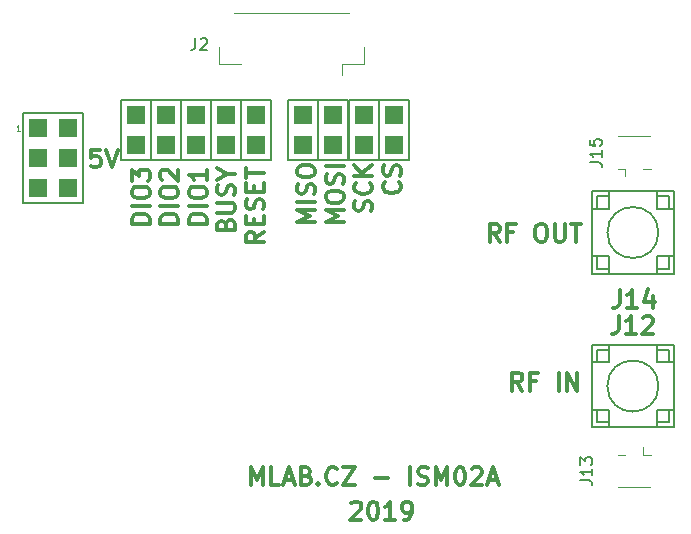
<source format=gbr>
%TF.GenerationSoftware,KiCad,Pcbnew,6.0.10+dfsg-1~bpo11+1*%
%TF.CreationDate,2023-02-03T00:16:52+00:00*%
%TF.ProjectId,ISM02A,49534d30-3241-42e6-9b69-6361645f7063,REV*%
%TF.SameCoordinates,Original*%
%TF.FileFunction,Legend,Top*%
%TF.FilePolarity,Positive*%
%FSLAX46Y46*%
G04 Gerber Fmt 4.6, Leading zero omitted, Abs format (unit mm)*
G04 Created by KiCad (PCBNEW 6.0.10+dfsg-1~bpo11+1) date 2023-02-03 00:16:52*
%MOMM*%
%LPD*%
G01*
G04 APERTURE LIST*
%ADD10C,0.300000*%
%ADD11C,0.150000*%
%ADD12C,0.050000*%
%ADD13C,0.120000*%
%ADD14R,1.524000X1.524000*%
G04 APERTURE END LIST*
D10*
X160986071Y-97406428D02*
X159486071Y-97406428D01*
X160557500Y-96906428D01*
X159486071Y-96406428D01*
X160986071Y-96406428D01*
X160986071Y-95692142D02*
X159486071Y-95692142D01*
X160914642Y-95049285D02*
X160986071Y-94835000D01*
X160986071Y-94477857D01*
X160914642Y-94335000D01*
X160843214Y-94263571D01*
X160700357Y-94192142D01*
X160557500Y-94192142D01*
X160414642Y-94263571D01*
X160343214Y-94335000D01*
X160271785Y-94477857D01*
X160200357Y-94763571D01*
X160128928Y-94906428D01*
X160057500Y-94977857D01*
X159914642Y-95049285D01*
X159771785Y-95049285D01*
X159628928Y-94977857D01*
X159557500Y-94906428D01*
X159486071Y-94763571D01*
X159486071Y-94406428D01*
X159557500Y-94192142D01*
X159486071Y-93263571D02*
X159486071Y-92977857D01*
X159557500Y-92835000D01*
X159700357Y-92692142D01*
X159986071Y-92620714D01*
X160486071Y-92620714D01*
X160771785Y-92692142D01*
X160914642Y-92835000D01*
X160986071Y-92977857D01*
X160986071Y-93263571D01*
X160914642Y-93406428D01*
X160771785Y-93549285D01*
X160486071Y-93620714D01*
X159986071Y-93620714D01*
X159700357Y-93549285D01*
X159557500Y-93406428D01*
X159486071Y-93263571D01*
X163401071Y-97406428D02*
X161901071Y-97406428D01*
X162972500Y-96906428D01*
X161901071Y-96406428D01*
X163401071Y-96406428D01*
X161901071Y-95406428D02*
X161901071Y-95120714D01*
X161972500Y-94977857D01*
X162115357Y-94835000D01*
X162401071Y-94763571D01*
X162901071Y-94763571D01*
X163186785Y-94835000D01*
X163329642Y-94977857D01*
X163401071Y-95120714D01*
X163401071Y-95406428D01*
X163329642Y-95549285D01*
X163186785Y-95692142D01*
X162901071Y-95763571D01*
X162401071Y-95763571D01*
X162115357Y-95692142D01*
X161972500Y-95549285D01*
X161901071Y-95406428D01*
X163329642Y-94192142D02*
X163401071Y-93977857D01*
X163401071Y-93620714D01*
X163329642Y-93477857D01*
X163258214Y-93406428D01*
X163115357Y-93335000D01*
X162972500Y-93335000D01*
X162829642Y-93406428D01*
X162758214Y-93477857D01*
X162686785Y-93620714D01*
X162615357Y-93906428D01*
X162543928Y-94049285D01*
X162472500Y-94120714D01*
X162329642Y-94192142D01*
X162186785Y-94192142D01*
X162043928Y-94120714D01*
X161972500Y-94049285D01*
X161901071Y-93906428D01*
X161901071Y-93549285D01*
X161972500Y-93335000D01*
X163401071Y-92692142D02*
X161901071Y-92692142D01*
X165744642Y-96477857D02*
X165816071Y-96263571D01*
X165816071Y-95906428D01*
X165744642Y-95763571D01*
X165673214Y-95692142D01*
X165530357Y-95620714D01*
X165387500Y-95620714D01*
X165244642Y-95692142D01*
X165173214Y-95763571D01*
X165101785Y-95906428D01*
X165030357Y-96192142D01*
X164958928Y-96335000D01*
X164887500Y-96406428D01*
X164744642Y-96477857D01*
X164601785Y-96477857D01*
X164458928Y-96406428D01*
X164387500Y-96335000D01*
X164316071Y-96192142D01*
X164316071Y-95835000D01*
X164387500Y-95620714D01*
X165673214Y-94120714D02*
X165744642Y-94192142D01*
X165816071Y-94406428D01*
X165816071Y-94549285D01*
X165744642Y-94763571D01*
X165601785Y-94906428D01*
X165458928Y-94977857D01*
X165173214Y-95049285D01*
X164958928Y-95049285D01*
X164673214Y-94977857D01*
X164530357Y-94906428D01*
X164387500Y-94763571D01*
X164316071Y-94549285D01*
X164316071Y-94406428D01*
X164387500Y-94192142D01*
X164458928Y-94120714D01*
X165816071Y-93477857D02*
X164316071Y-93477857D01*
X165816071Y-92620714D02*
X164958928Y-93263571D01*
X164316071Y-92620714D02*
X165173214Y-93477857D01*
X168088214Y-94049285D02*
X168159642Y-94120714D01*
X168231071Y-94335000D01*
X168231071Y-94477857D01*
X168159642Y-94692142D01*
X168016785Y-94835000D01*
X167873928Y-94906428D01*
X167588214Y-94977857D01*
X167373928Y-94977857D01*
X167088214Y-94906428D01*
X166945357Y-94835000D01*
X166802500Y-94692142D01*
X166731071Y-94477857D01*
X166731071Y-94335000D01*
X166802500Y-94120714D01*
X166873928Y-94049285D01*
X168159642Y-93477857D02*
X168231071Y-93263571D01*
X168231071Y-92906428D01*
X168159642Y-92763571D01*
X168088214Y-92692142D01*
X167945357Y-92620714D01*
X167802500Y-92620714D01*
X167659642Y-92692142D01*
X167588214Y-92763571D01*
X167516785Y-92906428D01*
X167445357Y-93192142D01*
X167373928Y-93335000D01*
X167302500Y-93406428D01*
X167159642Y-93477857D01*
X167016785Y-93477857D01*
X166873928Y-93406428D01*
X166802500Y-93335000D01*
X166731071Y-93192142D01*
X166731071Y-92835000D01*
X166802500Y-92620714D01*
X142766428Y-91278571D02*
X142052142Y-91278571D01*
X141980714Y-91992857D01*
X142052142Y-91921428D01*
X142195000Y-91850000D01*
X142552142Y-91850000D01*
X142695000Y-91921428D01*
X142766428Y-91992857D01*
X142837857Y-92135714D01*
X142837857Y-92492857D01*
X142766428Y-92635714D01*
X142695000Y-92707142D01*
X142552142Y-92778571D01*
X142195000Y-92778571D01*
X142052142Y-92707142D01*
X141980714Y-92635714D01*
X143266428Y-91278571D02*
X143766428Y-92778571D01*
X144266428Y-91278571D01*
X155552142Y-119678571D02*
X155552142Y-118178571D01*
X156052142Y-119250000D01*
X156552142Y-118178571D01*
X156552142Y-119678571D01*
X157980714Y-119678571D02*
X157266428Y-119678571D01*
X157266428Y-118178571D01*
X158409285Y-119250000D02*
X159123571Y-119250000D01*
X158266428Y-119678571D02*
X158766428Y-118178571D01*
X159266428Y-119678571D01*
X160266428Y-118892857D02*
X160480714Y-118964285D01*
X160552142Y-119035714D01*
X160623571Y-119178571D01*
X160623571Y-119392857D01*
X160552142Y-119535714D01*
X160480714Y-119607142D01*
X160337857Y-119678571D01*
X159766428Y-119678571D01*
X159766428Y-118178571D01*
X160266428Y-118178571D01*
X160409285Y-118250000D01*
X160480714Y-118321428D01*
X160552142Y-118464285D01*
X160552142Y-118607142D01*
X160480714Y-118750000D01*
X160409285Y-118821428D01*
X160266428Y-118892857D01*
X159766428Y-118892857D01*
X161266428Y-119535714D02*
X161337857Y-119607142D01*
X161266428Y-119678571D01*
X161195000Y-119607142D01*
X161266428Y-119535714D01*
X161266428Y-119678571D01*
X162837857Y-119535714D02*
X162766428Y-119607142D01*
X162552142Y-119678571D01*
X162409285Y-119678571D01*
X162195000Y-119607142D01*
X162052142Y-119464285D01*
X161980714Y-119321428D01*
X161909285Y-119035714D01*
X161909285Y-118821428D01*
X161980714Y-118535714D01*
X162052142Y-118392857D01*
X162195000Y-118250000D01*
X162409285Y-118178571D01*
X162552142Y-118178571D01*
X162766428Y-118250000D01*
X162837857Y-118321428D01*
X163337857Y-118178571D02*
X164337857Y-118178571D01*
X163337857Y-119678571D01*
X164337857Y-119678571D01*
X166052142Y-119107142D02*
X167195000Y-119107142D01*
X169052142Y-119678571D02*
X169052142Y-118178571D01*
X169695000Y-119607142D02*
X169909285Y-119678571D01*
X170266428Y-119678571D01*
X170409285Y-119607142D01*
X170480714Y-119535714D01*
X170552142Y-119392857D01*
X170552142Y-119250000D01*
X170480714Y-119107142D01*
X170409285Y-119035714D01*
X170266428Y-118964285D01*
X169980714Y-118892857D01*
X169837857Y-118821428D01*
X169766428Y-118750000D01*
X169695000Y-118607142D01*
X169695000Y-118464285D01*
X169766428Y-118321428D01*
X169837857Y-118250000D01*
X169980714Y-118178571D01*
X170337857Y-118178571D01*
X170552142Y-118250000D01*
X171195000Y-119678571D02*
X171195000Y-118178571D01*
X171695000Y-119250000D01*
X172195000Y-118178571D01*
X172195000Y-119678571D01*
X173195000Y-118178571D02*
X173337857Y-118178571D01*
X173480714Y-118250000D01*
X173552142Y-118321428D01*
X173623571Y-118464285D01*
X173695000Y-118750000D01*
X173695000Y-119107142D01*
X173623571Y-119392857D01*
X173552142Y-119535714D01*
X173480714Y-119607142D01*
X173337857Y-119678571D01*
X173195000Y-119678571D01*
X173052142Y-119607142D01*
X172980714Y-119535714D01*
X172909285Y-119392857D01*
X172837857Y-119107142D01*
X172837857Y-118750000D01*
X172909285Y-118464285D01*
X172980714Y-118321428D01*
X173052142Y-118250000D01*
X173195000Y-118178571D01*
X174266428Y-118321428D02*
X174337857Y-118250000D01*
X174480714Y-118178571D01*
X174837857Y-118178571D01*
X174980714Y-118250000D01*
X175052142Y-118321428D01*
X175123571Y-118464285D01*
X175123571Y-118607142D01*
X175052142Y-118821428D01*
X174195000Y-119678571D01*
X175123571Y-119678571D01*
X175695000Y-119250000D02*
X176409285Y-119250000D01*
X175552142Y-119678571D02*
X176052142Y-118178571D01*
X176552142Y-119678571D01*
X176640142Y-99074571D02*
X176140142Y-98360285D01*
X175783000Y-99074571D02*
X175783000Y-97574571D01*
X176354428Y-97574571D01*
X176497285Y-97646000D01*
X176568714Y-97717428D01*
X176640142Y-97860285D01*
X176640142Y-98074571D01*
X176568714Y-98217428D01*
X176497285Y-98288857D01*
X176354428Y-98360285D01*
X175783000Y-98360285D01*
X177783000Y-98288857D02*
X177283000Y-98288857D01*
X177283000Y-99074571D02*
X177283000Y-97574571D01*
X177997285Y-97574571D01*
X179997285Y-97574571D02*
X180283000Y-97574571D01*
X180425857Y-97646000D01*
X180568714Y-97788857D01*
X180640142Y-98074571D01*
X180640142Y-98574571D01*
X180568714Y-98860285D01*
X180425857Y-99003142D01*
X180283000Y-99074571D01*
X179997285Y-99074571D01*
X179854428Y-99003142D01*
X179711571Y-98860285D01*
X179640142Y-98574571D01*
X179640142Y-98074571D01*
X179711571Y-97788857D01*
X179854428Y-97646000D01*
X179997285Y-97574571D01*
X181283000Y-97574571D02*
X181283000Y-98788857D01*
X181354428Y-98931714D01*
X181425857Y-99003142D01*
X181568714Y-99074571D01*
X181854428Y-99074571D01*
X181997285Y-99003142D01*
X182068714Y-98931714D01*
X182140142Y-98788857D01*
X182140142Y-97574571D01*
X182640142Y-97574571D02*
X183497285Y-97574571D01*
X183068714Y-99074571D02*
X183068714Y-97574571D01*
X178552142Y-111678571D02*
X178052142Y-110964285D01*
X177695000Y-111678571D02*
X177695000Y-110178571D01*
X178266428Y-110178571D01*
X178409285Y-110250000D01*
X178480714Y-110321428D01*
X178552142Y-110464285D01*
X178552142Y-110678571D01*
X178480714Y-110821428D01*
X178409285Y-110892857D01*
X178266428Y-110964285D01*
X177695000Y-110964285D01*
X179695000Y-110892857D02*
X179195000Y-110892857D01*
X179195000Y-111678571D02*
X179195000Y-110178571D01*
X179909285Y-110178571D01*
X181623571Y-111678571D02*
X181623571Y-110178571D01*
X182337857Y-111678571D02*
X182337857Y-110178571D01*
X183195000Y-111678571D01*
X183195000Y-110178571D01*
X146978571Y-97548142D02*
X145478571Y-97548142D01*
X145478571Y-97191000D01*
X145550000Y-96976714D01*
X145692857Y-96833857D01*
X145835714Y-96762428D01*
X146121428Y-96691000D01*
X146335714Y-96691000D01*
X146621428Y-96762428D01*
X146764285Y-96833857D01*
X146907142Y-96976714D01*
X146978571Y-97191000D01*
X146978571Y-97548142D01*
X146978571Y-96048142D02*
X145478571Y-96048142D01*
X145478571Y-95048142D02*
X145478571Y-94762428D01*
X145550000Y-94619571D01*
X145692857Y-94476714D01*
X145978571Y-94405285D01*
X146478571Y-94405285D01*
X146764285Y-94476714D01*
X146907142Y-94619571D01*
X146978571Y-94762428D01*
X146978571Y-95048142D01*
X146907142Y-95191000D01*
X146764285Y-95333857D01*
X146478571Y-95405285D01*
X145978571Y-95405285D01*
X145692857Y-95333857D01*
X145550000Y-95191000D01*
X145478571Y-95048142D01*
X145478571Y-93905285D02*
X145478571Y-92976714D01*
X146050000Y-93476714D01*
X146050000Y-93262428D01*
X146121428Y-93119571D01*
X146192857Y-93048142D01*
X146335714Y-92976714D01*
X146692857Y-92976714D01*
X146835714Y-93048142D01*
X146907142Y-93119571D01*
X146978571Y-93262428D01*
X146978571Y-93691000D01*
X146907142Y-93833857D01*
X146835714Y-93905285D01*
X149393571Y-97548142D02*
X147893571Y-97548142D01*
X147893571Y-97191000D01*
X147965000Y-96976714D01*
X148107857Y-96833857D01*
X148250714Y-96762428D01*
X148536428Y-96691000D01*
X148750714Y-96691000D01*
X149036428Y-96762428D01*
X149179285Y-96833857D01*
X149322142Y-96976714D01*
X149393571Y-97191000D01*
X149393571Y-97548142D01*
X149393571Y-96048142D02*
X147893571Y-96048142D01*
X147893571Y-95048142D02*
X147893571Y-94762428D01*
X147965000Y-94619571D01*
X148107857Y-94476714D01*
X148393571Y-94405285D01*
X148893571Y-94405285D01*
X149179285Y-94476714D01*
X149322142Y-94619571D01*
X149393571Y-94762428D01*
X149393571Y-95048142D01*
X149322142Y-95191000D01*
X149179285Y-95333857D01*
X148893571Y-95405285D01*
X148393571Y-95405285D01*
X148107857Y-95333857D01*
X147965000Y-95191000D01*
X147893571Y-95048142D01*
X148036428Y-93833857D02*
X147965000Y-93762428D01*
X147893571Y-93619571D01*
X147893571Y-93262428D01*
X147965000Y-93119571D01*
X148036428Y-93048142D01*
X148179285Y-92976714D01*
X148322142Y-92976714D01*
X148536428Y-93048142D01*
X149393571Y-93905285D01*
X149393571Y-92976714D01*
X151808571Y-97548142D02*
X150308571Y-97548142D01*
X150308571Y-97191000D01*
X150380000Y-96976714D01*
X150522857Y-96833857D01*
X150665714Y-96762428D01*
X150951428Y-96691000D01*
X151165714Y-96691000D01*
X151451428Y-96762428D01*
X151594285Y-96833857D01*
X151737142Y-96976714D01*
X151808571Y-97191000D01*
X151808571Y-97548142D01*
X151808571Y-96048142D02*
X150308571Y-96048142D01*
X150308571Y-95048142D02*
X150308571Y-94762428D01*
X150380000Y-94619571D01*
X150522857Y-94476714D01*
X150808571Y-94405285D01*
X151308571Y-94405285D01*
X151594285Y-94476714D01*
X151737142Y-94619571D01*
X151808571Y-94762428D01*
X151808571Y-95048142D01*
X151737142Y-95191000D01*
X151594285Y-95333857D01*
X151308571Y-95405285D01*
X150808571Y-95405285D01*
X150522857Y-95333857D01*
X150380000Y-95191000D01*
X150308571Y-95048142D01*
X151808571Y-92976714D02*
X151808571Y-93833857D01*
X151808571Y-93405285D02*
X150308571Y-93405285D01*
X150522857Y-93548142D01*
X150665714Y-93691000D01*
X150737142Y-93833857D01*
X153437857Y-97619571D02*
X153509285Y-97405285D01*
X153580714Y-97333857D01*
X153723571Y-97262428D01*
X153937857Y-97262428D01*
X154080714Y-97333857D01*
X154152142Y-97405285D01*
X154223571Y-97548142D01*
X154223571Y-98119571D01*
X152723571Y-98119571D01*
X152723571Y-97619571D01*
X152795000Y-97476714D01*
X152866428Y-97405285D01*
X153009285Y-97333857D01*
X153152142Y-97333857D01*
X153295000Y-97405285D01*
X153366428Y-97476714D01*
X153437857Y-97619571D01*
X153437857Y-98119571D01*
X152723571Y-96619571D02*
X153937857Y-96619571D01*
X154080714Y-96548142D01*
X154152142Y-96476714D01*
X154223571Y-96333857D01*
X154223571Y-96048142D01*
X154152142Y-95905285D01*
X154080714Y-95833857D01*
X153937857Y-95762428D01*
X152723571Y-95762428D01*
X154152142Y-95119571D02*
X154223571Y-94905285D01*
X154223571Y-94548142D01*
X154152142Y-94405285D01*
X154080714Y-94333857D01*
X153937857Y-94262428D01*
X153795000Y-94262428D01*
X153652142Y-94333857D01*
X153580714Y-94405285D01*
X153509285Y-94548142D01*
X153437857Y-94833857D01*
X153366428Y-94976714D01*
X153295000Y-95048142D01*
X153152142Y-95119571D01*
X153009285Y-95119571D01*
X152866428Y-95048142D01*
X152795000Y-94976714D01*
X152723571Y-94833857D01*
X152723571Y-94476714D01*
X152795000Y-94262428D01*
X153509285Y-93333857D02*
X154223571Y-93333857D01*
X152723571Y-93833857D02*
X153509285Y-93333857D01*
X152723571Y-92833857D01*
X156638571Y-98262428D02*
X155924285Y-98762428D01*
X156638571Y-99119571D02*
X155138571Y-99119571D01*
X155138571Y-98548142D01*
X155210000Y-98405285D01*
X155281428Y-98333857D01*
X155424285Y-98262428D01*
X155638571Y-98262428D01*
X155781428Y-98333857D01*
X155852857Y-98405285D01*
X155924285Y-98548142D01*
X155924285Y-99119571D01*
X155852857Y-97619571D02*
X155852857Y-97119571D01*
X156638571Y-96905285D02*
X156638571Y-97619571D01*
X155138571Y-97619571D01*
X155138571Y-96905285D01*
X156567142Y-96333857D02*
X156638571Y-96119571D01*
X156638571Y-95762428D01*
X156567142Y-95619571D01*
X156495714Y-95548142D01*
X156352857Y-95476714D01*
X156210000Y-95476714D01*
X156067142Y-95548142D01*
X155995714Y-95619571D01*
X155924285Y-95762428D01*
X155852857Y-96048142D01*
X155781428Y-96191000D01*
X155710000Y-96262428D01*
X155567142Y-96333857D01*
X155424285Y-96333857D01*
X155281428Y-96262428D01*
X155210000Y-96191000D01*
X155138571Y-96048142D01*
X155138571Y-95691000D01*
X155210000Y-95476714D01*
X155852857Y-94833857D02*
X155852857Y-94333857D01*
X156638571Y-94119571D02*
X156638571Y-94833857D01*
X155138571Y-94833857D01*
X155138571Y-94119571D01*
X155138571Y-93691000D02*
X155138571Y-92833857D01*
X156638571Y-93262428D02*
X155138571Y-93262428D01*
X164056714Y-121241428D02*
X164128142Y-121170000D01*
X164271000Y-121098571D01*
X164628142Y-121098571D01*
X164771000Y-121170000D01*
X164842428Y-121241428D01*
X164913857Y-121384285D01*
X164913857Y-121527142D01*
X164842428Y-121741428D01*
X163985285Y-122598571D01*
X164913857Y-122598571D01*
X165842428Y-121098571D02*
X165985285Y-121098571D01*
X166128142Y-121170000D01*
X166199571Y-121241428D01*
X166271000Y-121384285D01*
X166342428Y-121670000D01*
X166342428Y-122027142D01*
X166271000Y-122312857D01*
X166199571Y-122455714D01*
X166128142Y-122527142D01*
X165985285Y-122598571D01*
X165842428Y-122598571D01*
X165699571Y-122527142D01*
X165628142Y-122455714D01*
X165556714Y-122312857D01*
X165485285Y-122027142D01*
X165485285Y-121670000D01*
X165556714Y-121384285D01*
X165628142Y-121241428D01*
X165699571Y-121170000D01*
X165842428Y-121098571D01*
X167771000Y-122598571D02*
X166913857Y-122598571D01*
X167342428Y-122598571D02*
X167342428Y-121098571D01*
X167199571Y-121312857D01*
X167056714Y-121455714D01*
X166913857Y-121527142D01*
X168485285Y-122598571D02*
X168771000Y-122598571D01*
X168913857Y-122527142D01*
X168985285Y-122455714D01*
X169128142Y-122241428D01*
X169199571Y-121955714D01*
X169199571Y-121384285D01*
X169128142Y-121241428D01*
X169056714Y-121170000D01*
X168913857Y-121098571D01*
X168628142Y-121098571D01*
X168485285Y-121170000D01*
X168413857Y-121241428D01*
X168342428Y-121384285D01*
X168342428Y-121741428D01*
X168413857Y-121884285D01*
X168485285Y-121955714D01*
X168628142Y-122027142D01*
X168913857Y-122027142D01*
X169056714Y-121955714D01*
X169128142Y-121884285D01*
X169199571Y-121741428D01*
D11*
%TO.C,J2*%
X150866666Y-81852380D02*
X150866666Y-82566666D01*
X150819047Y-82709523D01*
X150723809Y-82804761D01*
X150580952Y-82852380D01*
X150485714Y-82852380D01*
X151295238Y-81947619D02*
X151342857Y-81900000D01*
X151438095Y-81852380D01*
X151676190Y-81852380D01*
X151771428Y-81900000D01*
X151819047Y-81947619D01*
X151866666Y-82042857D01*
X151866666Y-82138095D01*
X151819047Y-82280952D01*
X151247619Y-82852380D01*
X151866666Y-82852380D01*
D10*
%TO.C,J12*%
X186685714Y-105378571D02*
X186685714Y-106450000D01*
X186614285Y-106664285D01*
X186471428Y-106807142D01*
X186257142Y-106878571D01*
X186114285Y-106878571D01*
X188185714Y-106878571D02*
X187328571Y-106878571D01*
X187757142Y-106878571D02*
X187757142Y-105378571D01*
X187614285Y-105592857D01*
X187471428Y-105735714D01*
X187328571Y-105807142D01*
X188757142Y-105521428D02*
X188828571Y-105450000D01*
X188971428Y-105378571D01*
X189328571Y-105378571D01*
X189471428Y-105450000D01*
X189542857Y-105521428D01*
X189614285Y-105664285D01*
X189614285Y-105807142D01*
X189542857Y-106021428D01*
X188685714Y-106878571D01*
X189614285Y-106878571D01*
%TO.C,J14*%
X186785714Y-103178571D02*
X186785714Y-104250000D01*
X186714285Y-104464285D01*
X186571428Y-104607142D01*
X186357142Y-104678571D01*
X186214285Y-104678571D01*
X188285714Y-104678571D02*
X187428571Y-104678571D01*
X187857142Y-104678571D02*
X187857142Y-103178571D01*
X187714285Y-103392857D01*
X187571428Y-103535714D01*
X187428571Y-103607142D01*
X189571428Y-103678571D02*
X189571428Y-104678571D01*
X189214285Y-103107142D02*
X188857142Y-104178571D01*
X189785714Y-104178571D01*
D11*
%TO.C,J15*%
X184252380Y-92334523D02*
X184966666Y-92334523D01*
X185109523Y-92382142D01*
X185204761Y-92477380D01*
X185252380Y-92620238D01*
X185252380Y-92715476D01*
X185252380Y-91334523D02*
X185252380Y-91905952D01*
X185252380Y-91620238D02*
X184252380Y-91620238D01*
X184395238Y-91715476D01*
X184490476Y-91810714D01*
X184538095Y-91905952D01*
X184252380Y-90429761D02*
X184252380Y-90905952D01*
X184728571Y-90953571D01*
X184680952Y-90905952D01*
X184633333Y-90810714D01*
X184633333Y-90572619D01*
X184680952Y-90477380D01*
X184728571Y-90429761D01*
X184823809Y-90382142D01*
X185061904Y-90382142D01*
X185157142Y-90429761D01*
X185204761Y-90477380D01*
X185252380Y-90572619D01*
X185252380Y-90810714D01*
X185204761Y-90905952D01*
X185157142Y-90953571D01*
%TO.C,J13*%
X183452380Y-119284523D02*
X184166666Y-119284523D01*
X184309523Y-119332142D01*
X184404761Y-119427380D01*
X184452380Y-119570238D01*
X184452380Y-119665476D01*
X184452380Y-118284523D02*
X184452380Y-118855952D01*
X184452380Y-118570238D02*
X183452380Y-118570238D01*
X183595238Y-118665476D01*
X183690476Y-118760714D01*
X183738095Y-118855952D01*
X183452380Y-117951190D02*
X183452380Y-117332142D01*
X183833333Y-117665476D01*
X183833333Y-117522619D01*
X183880952Y-117427380D01*
X183928571Y-117379761D01*
X184023809Y-117332142D01*
X184261904Y-117332142D01*
X184357142Y-117379761D01*
X184404761Y-117427380D01*
X184452380Y-117522619D01*
X184452380Y-117808333D01*
X184404761Y-117903571D01*
X184357142Y-117951190D01*
D12*
%TO.C,J1*%
X136021857Y-89686190D02*
X135736142Y-89686190D01*
X135879000Y-89686190D02*
X135879000Y-89186190D01*
X135831380Y-89257619D01*
X135783761Y-89305238D01*
X135736142Y-89329047D01*
D13*
%TO.C,J2*%
X152894000Y-84006000D02*
X154694000Y-84006000D01*
X163314000Y-84006000D02*
X163314000Y-84996000D01*
X165114000Y-82556000D02*
X165114000Y-84006000D01*
X165114000Y-84006000D02*
X163314000Y-84006000D01*
X152894000Y-82556000D02*
X152894000Y-84006000D01*
X163844000Y-79736000D02*
X154164000Y-79736000D01*
D11*
%TO.C,J5*%
X161270000Y-92140000D02*
X158730000Y-92140000D01*
X158730000Y-87060000D02*
X161270000Y-87060000D01*
X161270000Y-87060000D02*
X161270000Y-92140000D01*
X158730000Y-92140000D02*
X158730000Y-87060000D01*
%TO.C,J4*%
X163830000Y-87060000D02*
X166370000Y-87060000D01*
X166370000Y-87060000D02*
X166370000Y-92140000D01*
X166370000Y-92140000D02*
X163830000Y-92140000D01*
X163830000Y-92140000D02*
X163830000Y-87060000D01*
%TO.C,J3*%
X154730000Y-87060000D02*
X157270000Y-87060000D01*
X154730000Y-92140000D02*
X154730000Y-87060000D01*
X157270000Y-92140000D02*
X154730000Y-92140000D01*
X157270000Y-87060000D02*
X157270000Y-92140000D01*
%TO.C,J12*%
X185870000Y-114350000D02*
X184850000Y-114350000D01*
X185870000Y-109270000D02*
X184400000Y-109270000D01*
X184400000Y-114774600D02*
X191400000Y-114774600D01*
X184850000Y-114350000D02*
X184850000Y-113330000D01*
X190950000Y-108250000D02*
X189930000Y-108250000D01*
X184400000Y-107800000D02*
X184400000Y-114800000D01*
X191400000Y-114800000D02*
X191400000Y-107800000D01*
X191400000Y-107800000D02*
X184400000Y-107800000D01*
X189930000Y-113330000D02*
X191400000Y-113330000D01*
X189930000Y-114350000D02*
X190950000Y-114350000D01*
X185870000Y-113330000D02*
X185870000Y-114800000D01*
X189930000Y-114800000D02*
X189930000Y-113330000D01*
X189930000Y-107800000D02*
X189930000Y-109270000D01*
X189930000Y-109270000D02*
X191400000Y-109270000D01*
X185870000Y-108250000D02*
X184850000Y-108250000D01*
X184850000Y-108250000D02*
X184850000Y-109270000D01*
X185870000Y-107800000D02*
X185870000Y-109270000D01*
X184400000Y-113330000D02*
X185870000Y-113330000D01*
X190950000Y-114350000D02*
X190950000Y-113330000D01*
X190950000Y-108250000D02*
X190950000Y-109270000D01*
X190062799Y-111300000D02*
G75*
G03*
X190062799Y-111300000I-2162799J0D01*
G01*
%TO.C,J10*%
X144530000Y-87060000D02*
X147070000Y-87060000D01*
X144530000Y-92140000D02*
X144530000Y-87060000D01*
X147070000Y-92140000D02*
X144530000Y-92140000D01*
X147070000Y-87060000D02*
X147070000Y-92140000D01*
%TO.C,J7*%
X168920000Y-87060000D02*
X168920000Y-92140000D01*
X166380000Y-87060000D02*
X168920000Y-87060000D01*
X166380000Y-92140000D02*
X166380000Y-87060000D01*
X168920000Y-92140000D02*
X166380000Y-92140000D01*
%TO.C,J9*%
X147080000Y-92140000D02*
X147080000Y-87060000D01*
X147080000Y-87060000D02*
X149620000Y-87060000D01*
X149620000Y-87060000D02*
X149620000Y-92140000D01*
X149620000Y-92140000D02*
X147080000Y-92140000D01*
%TO.C,J8*%
X152170000Y-87060000D02*
X152170000Y-92140000D01*
X152170000Y-92140000D02*
X149630000Y-92140000D01*
X149630000Y-92140000D02*
X149630000Y-87060000D01*
X149630000Y-87060000D02*
X152170000Y-87060000D01*
%TO.C,J11*%
X154720000Y-87060000D02*
X154720000Y-92140000D01*
X152180000Y-92140000D02*
X152180000Y-87060000D01*
X152180000Y-87060000D02*
X154720000Y-87060000D01*
X154720000Y-92140000D02*
X152180000Y-92140000D01*
%TO.C,J6*%
X161280000Y-92140000D02*
X161280000Y-87060000D01*
X163820000Y-92140000D02*
X161280000Y-92140000D01*
X161280000Y-87060000D02*
X163820000Y-87060000D01*
X163820000Y-87060000D02*
X163820000Y-92140000D01*
%TO.C,J14*%
X190950000Y-101350000D02*
X190950000Y-100330000D01*
X184850000Y-95250000D02*
X184850000Y-96270000D01*
X184400000Y-100330000D02*
X185870000Y-100330000D01*
X184850000Y-101350000D02*
X184850000Y-100330000D01*
X184400000Y-94800000D02*
X184400000Y-101800000D01*
X185870000Y-101350000D02*
X184850000Y-101350000D01*
X189930000Y-101350000D02*
X190950000Y-101350000D01*
X189930000Y-94800000D02*
X189930000Y-96270000D01*
X185870000Y-94800000D02*
X185870000Y-96270000D01*
X185870000Y-95250000D02*
X184850000Y-95250000D01*
X191400000Y-101800000D02*
X191400000Y-94800000D01*
X185870000Y-96270000D02*
X184400000Y-96270000D01*
X190950000Y-95250000D02*
X190950000Y-96270000D01*
X190950000Y-95250000D02*
X189930000Y-95250000D01*
X189930000Y-96270000D02*
X191400000Y-96270000D01*
X184400000Y-101774600D02*
X191400000Y-101774600D01*
X191400000Y-94800000D02*
X184400000Y-94800000D01*
X189930000Y-100330000D02*
X191400000Y-100330000D01*
X189930000Y-101800000D02*
X189930000Y-100330000D01*
X185870000Y-100330000D02*
X185870000Y-101800000D01*
X190062799Y-98300000D02*
G75*
G03*
X190062799Y-98300000I-2162799J0D01*
G01*
D13*
%TO.C,J15*%
X186650000Y-90165000D02*
X189350000Y-90165000D01*
X186600000Y-92885000D02*
X187240000Y-92885000D01*
X187240000Y-92885000D02*
X187240000Y-93515000D01*
X189400000Y-92885000D02*
X188760000Y-92885000D01*
%TO.C,J13*%
X186600000Y-117115000D02*
X187240000Y-117115000D01*
X189400000Y-117115000D02*
X188760000Y-117115000D01*
X189350000Y-119835000D02*
X186650000Y-119835000D01*
X188760000Y-117115000D02*
X188760000Y-116485000D01*
D11*
%TO.C,J1*%
X136260000Y-95810000D02*
X136260000Y-88190000D01*
X136260000Y-88190000D02*
X141340000Y-88190000D01*
X141340000Y-88190000D02*
X141340000Y-95810000D01*
X141340000Y-95810000D02*
X136260000Y-95810000D01*
%TD*%
D14*
%TO.C,J5*%
X160000000Y-90870000D03*
X160000000Y-88330000D03*
%TD*%
%TO.C,J4*%
X165100000Y-90870000D03*
X165100000Y-88330000D03*
%TD*%
%TO.C,J3*%
X156000000Y-90870000D03*
X156000000Y-88330000D03*
%TD*%
%TO.C,J10*%
X145800000Y-90870000D03*
X145800000Y-88330000D03*
%TD*%
%TO.C,J7*%
X167650000Y-90870000D03*
X167650000Y-88330000D03*
%TD*%
%TO.C,J9*%
X148350000Y-90870000D03*
X148350000Y-88330000D03*
%TD*%
%TO.C,J8*%
X150900000Y-90870000D03*
X150900000Y-88330000D03*
%TD*%
%TO.C,J11*%
X153450000Y-90870000D03*
X153450000Y-88330000D03*
%TD*%
%TO.C,J6*%
X162550000Y-90870000D03*
X162550000Y-88330000D03*
%TD*%
%TO.C,J1*%
X137530000Y-89460000D03*
X140070000Y-89460000D03*
X137530000Y-92000000D03*
X140070000Y-92000000D03*
X137530000Y-94540000D03*
X140070000Y-94540000D03*
%TD*%
M02*

</source>
